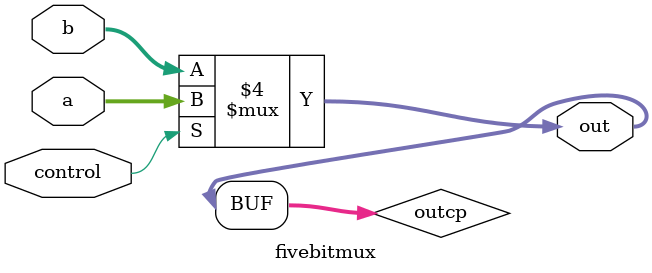
<source format=v>
module fivebitmux(a, b, control, out); //5 bit mux

input [4:0] a,b;
input control;
output [4:0]out;

reg [4:0] outcp;

always@(a,b,control) begin
	if (control == 1) begin
		outcp = a;
	end
	else begin
		outcp = b;
	end
end

assign out = outcp;

endmodule
</source>
